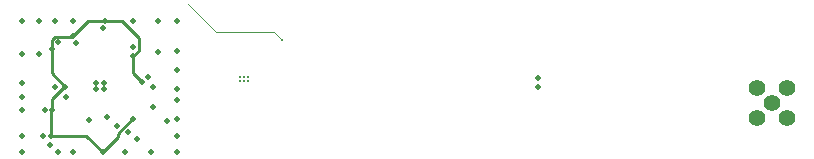
<source format=gbl>
G04*
G04 #@! TF.GenerationSoftware,Altium Limited,Altium Designer,24.5.2 (23)*
G04*
G04 Layer_Physical_Order=9*
G04 Layer_Color=16711680*
%FSLAX44Y44*%
%MOMM*%
G71*
G04*
G04 #@! TF.SameCoordinates,592061D7-B9A1-4A66-9416-76F5012AC85A*
G04*
G04*
G04 #@! TF.FilePolarity,Positive*
G04*
G01*
G75*
%ADD14C,0.2500*%
%ADD79C,0.0889*%
%ADD85C,1.4001*%
%ADD86C,0.2339*%
%ADD87C,0.2000*%
%ADD88C,0.5000*%
D14*
X74250Y115250D02*
X89000D01*
X59750D02*
X74250D01*
X28500Y18250D02*
X58500D01*
X72500Y4250D01*
X85250Y17000D01*
X28500Y38500D02*
X30000Y40000D01*
X97750Y32250D02*
X98250D01*
X30000Y49468D02*
X40033Y59500D01*
X30000Y40000D02*
Y49468D01*
X40033Y59500D02*
X41000D01*
X89000Y115250D02*
X103150Y101100D01*
Y90150D02*
Y101100D01*
X98400Y71224D02*
X106068Y63556D01*
X85250Y19750D02*
X97750Y32250D01*
X98400Y85400D02*
X103150Y90150D01*
X98400Y71224D02*
Y85400D01*
X85250Y17000D02*
Y19750D01*
X29250Y71250D02*
Y92000D01*
Y71250D02*
X41000Y59500D01*
X47000Y102500D02*
X59750Y115250D01*
X28500Y18250D02*
Y38500D01*
X29250Y92000D02*
Y98968D01*
X32532Y102250D02*
X46750D01*
X29250Y98968D02*
X32532Y102250D01*
X46750D02*
X47000Y102500D01*
D79*
X168548Y105809D02*
X217316D01*
X144672Y129685D02*
X168548Y105809D01*
X217316D02*
X223920Y99205D01*
D85*
X639050Y45800D02*
D03*
X651750Y33100D02*
D03*
Y58500D02*
D03*
X626350D02*
D03*
Y33100D02*
D03*
D86*
X188750Y68000D02*
D03*
X192250D02*
D03*
X195750D02*
D03*
Y64500D02*
D03*
X192250D02*
D03*
X188750D02*
D03*
D87*
X223920Y99205D02*
D03*
D88*
X441000Y59500D02*
D03*
Y67500D02*
D03*
X18500Y115500D02*
D03*
X4500Y87750D02*
D03*
X47250Y115500D02*
D03*
X98400D02*
D03*
X74250Y115250D02*
D03*
X98400Y93250D02*
D03*
X31750Y115500D02*
D03*
X18750Y87750D02*
D03*
X34500Y97500D02*
D03*
X72500Y109500D02*
D03*
X47000Y102500D02*
D03*
X4500Y115500D02*
D03*
X29250Y92000D02*
D03*
X49500Y96750D02*
D03*
X4500Y18000D02*
D03*
X113250Y4500D02*
D03*
X91250D02*
D03*
X28500Y18250D02*
D03*
X47750Y4750D02*
D03*
X4500Y4500D02*
D03*
X98250Y32250D02*
D03*
X76250Y33750D02*
D03*
X85000Y26750D02*
D03*
X61000Y31250D02*
D03*
X135500Y57500D02*
D03*
X115500Y59500D02*
D03*
X66500Y57500D02*
D03*
X73500D02*
D03*
X135500Y4500D02*
D03*
X94000Y21500D02*
D03*
X135500Y18250D02*
D03*
Y32000D02*
D03*
Y48250D02*
D03*
Y73750D02*
D03*
X119750Y89250D02*
D03*
X135500Y89750D02*
D03*
Y115500D02*
D03*
X119750D02*
D03*
X72500Y4250D02*
D03*
X98400Y85400D02*
D03*
X106068Y63556D02*
D03*
X115250Y42500D02*
D03*
X73500Y62500D02*
D03*
X66500D02*
D03*
X4500Y63000D02*
D03*
X41250Y51250D02*
D03*
X41000Y59500D02*
D03*
X35000Y4250D02*
D03*
X4500Y40000D02*
D03*
X27750Y10250D02*
D03*
X126844Y30850D02*
D03*
X101250Y15714D02*
D03*
X31750Y59750D02*
D03*
X22250Y18000D02*
D03*
X23500Y40000D02*
D03*
X4500Y51250D02*
D03*
X30000Y40000D02*
D03*
X110750Y68000D02*
D03*
M02*

</source>
